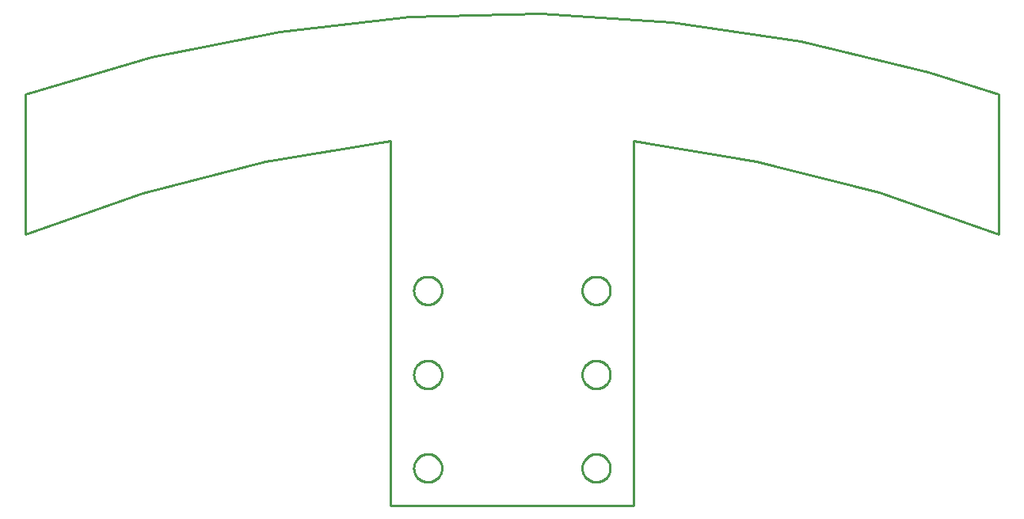
<source format=gbr>
G04 EAGLE Gerber RS-274X export*
G75*
%MOMM*%
%FSLAX34Y34*%
%LPD*%
%IN*%
%IPPOS*%
%AMOC8*
5,1,8,0,0,1.08239X$1,22.5*%
G01*
%ADD10C,0.254000*%


D10*
X20000Y280000D02*
X145020Y323981D01*
X276287Y357775D01*
X410000Y380000D01*
X410000Y-10000D01*
X670000Y-10000D01*
X670000Y380000D01*
X801142Y358333D01*
X932281Y324818D01*
X1060000Y280000D01*
X1060000Y430000D01*
X984959Y453660D01*
X848867Y486573D01*
X710424Y507499D01*
X570683Y516280D01*
X430709Y512848D01*
X291567Y497229D01*
X154316Y469543D01*
X20000Y430000D01*
X20000Y280000D01*
X465000Y219464D02*
X464924Y218396D01*
X464771Y217335D01*
X464543Y216288D01*
X464241Y215260D01*
X463867Y214256D01*
X463422Y213281D01*
X462908Y212341D01*
X462329Y211440D01*
X461687Y210582D01*
X460985Y209772D01*
X460228Y209015D01*
X459418Y208313D01*
X458560Y207671D01*
X457659Y207092D01*
X456719Y206578D01*
X455744Y206133D01*
X454740Y205759D01*
X453712Y205457D01*
X452665Y205229D01*
X451604Y205076D01*
X450536Y205000D01*
X449464Y205000D01*
X448396Y205076D01*
X447335Y205229D01*
X446288Y205457D01*
X445260Y205759D01*
X444256Y206133D01*
X443281Y206578D01*
X442341Y207092D01*
X441440Y207671D01*
X440582Y208313D01*
X439772Y209015D01*
X439015Y209772D01*
X438313Y210582D01*
X437671Y211440D01*
X437092Y212341D01*
X436578Y213281D01*
X436133Y214256D01*
X435759Y215260D01*
X435457Y216288D01*
X435229Y217335D01*
X435076Y218396D01*
X435000Y219464D01*
X435000Y220536D01*
X435076Y221604D01*
X435229Y222665D01*
X435457Y223712D01*
X435759Y224740D01*
X436133Y225744D01*
X436578Y226719D01*
X437092Y227659D01*
X437671Y228560D01*
X438313Y229418D01*
X439015Y230228D01*
X439772Y230985D01*
X440582Y231687D01*
X441440Y232329D01*
X442341Y232908D01*
X443281Y233422D01*
X444256Y233867D01*
X445260Y234241D01*
X446288Y234543D01*
X447335Y234771D01*
X448396Y234924D01*
X449464Y235000D01*
X450536Y235000D01*
X451604Y234924D01*
X452665Y234771D01*
X453712Y234543D01*
X454740Y234241D01*
X455744Y233867D01*
X456719Y233422D01*
X457659Y232908D01*
X458560Y232329D01*
X459418Y231687D01*
X460228Y230985D01*
X460985Y230228D01*
X461687Y229418D01*
X462329Y228560D01*
X462908Y227659D01*
X463422Y226719D01*
X463867Y225744D01*
X464241Y224740D01*
X464543Y223712D01*
X464771Y222665D01*
X464924Y221604D01*
X465000Y220536D01*
X465000Y219464D01*
X645000Y219464D02*
X644924Y218396D01*
X644771Y217335D01*
X644543Y216288D01*
X644241Y215260D01*
X643867Y214256D01*
X643422Y213281D01*
X642908Y212341D01*
X642329Y211440D01*
X641687Y210582D01*
X640985Y209772D01*
X640228Y209015D01*
X639418Y208313D01*
X638560Y207671D01*
X637659Y207092D01*
X636719Y206578D01*
X635744Y206133D01*
X634740Y205759D01*
X633712Y205457D01*
X632665Y205229D01*
X631604Y205076D01*
X630536Y205000D01*
X629464Y205000D01*
X628396Y205076D01*
X627335Y205229D01*
X626288Y205457D01*
X625260Y205759D01*
X624256Y206133D01*
X623281Y206578D01*
X622341Y207092D01*
X621440Y207671D01*
X620582Y208313D01*
X619772Y209015D01*
X619015Y209772D01*
X618313Y210582D01*
X617671Y211440D01*
X617092Y212341D01*
X616578Y213281D01*
X616133Y214256D01*
X615759Y215260D01*
X615457Y216288D01*
X615229Y217335D01*
X615076Y218396D01*
X615000Y219464D01*
X615000Y220536D01*
X615076Y221604D01*
X615229Y222665D01*
X615457Y223712D01*
X615759Y224740D01*
X616133Y225744D01*
X616578Y226719D01*
X617092Y227659D01*
X617671Y228560D01*
X618313Y229418D01*
X619015Y230228D01*
X619772Y230985D01*
X620582Y231687D01*
X621440Y232329D01*
X622341Y232908D01*
X623281Y233422D01*
X624256Y233867D01*
X625260Y234241D01*
X626288Y234543D01*
X627335Y234771D01*
X628396Y234924D01*
X629464Y235000D01*
X630536Y235000D01*
X631604Y234924D01*
X632665Y234771D01*
X633712Y234543D01*
X634740Y234241D01*
X635744Y233867D01*
X636719Y233422D01*
X637659Y232908D01*
X638560Y232329D01*
X639418Y231687D01*
X640228Y230985D01*
X640985Y230228D01*
X641687Y229418D01*
X642329Y228560D01*
X642908Y227659D01*
X643422Y226719D01*
X643867Y225744D01*
X644241Y224740D01*
X644543Y223712D01*
X644771Y222665D01*
X644924Y221604D01*
X645000Y220536D01*
X645000Y219464D01*
X465000Y129464D02*
X464924Y128396D01*
X464771Y127335D01*
X464543Y126288D01*
X464241Y125260D01*
X463867Y124256D01*
X463422Y123281D01*
X462908Y122341D01*
X462329Y121440D01*
X461687Y120582D01*
X460985Y119772D01*
X460228Y119015D01*
X459418Y118313D01*
X458560Y117671D01*
X457659Y117092D01*
X456719Y116578D01*
X455744Y116133D01*
X454740Y115759D01*
X453712Y115457D01*
X452665Y115229D01*
X451604Y115076D01*
X450536Y115000D01*
X449464Y115000D01*
X448396Y115076D01*
X447335Y115229D01*
X446288Y115457D01*
X445260Y115759D01*
X444256Y116133D01*
X443281Y116578D01*
X442341Y117092D01*
X441440Y117671D01*
X440582Y118313D01*
X439772Y119015D01*
X439015Y119772D01*
X438313Y120582D01*
X437671Y121440D01*
X437092Y122341D01*
X436578Y123281D01*
X436133Y124256D01*
X435759Y125260D01*
X435457Y126288D01*
X435229Y127335D01*
X435076Y128396D01*
X435000Y129464D01*
X435000Y130536D01*
X435076Y131604D01*
X435229Y132665D01*
X435457Y133712D01*
X435759Y134740D01*
X436133Y135744D01*
X436578Y136719D01*
X437092Y137659D01*
X437671Y138560D01*
X438313Y139418D01*
X439015Y140228D01*
X439772Y140985D01*
X440582Y141687D01*
X441440Y142329D01*
X442341Y142908D01*
X443281Y143422D01*
X444256Y143867D01*
X445260Y144241D01*
X446288Y144543D01*
X447335Y144771D01*
X448396Y144924D01*
X449464Y145000D01*
X450536Y145000D01*
X451604Y144924D01*
X452665Y144771D01*
X453712Y144543D01*
X454740Y144241D01*
X455744Y143867D01*
X456719Y143422D01*
X457659Y142908D01*
X458560Y142329D01*
X459418Y141687D01*
X460228Y140985D01*
X460985Y140228D01*
X461687Y139418D01*
X462329Y138560D01*
X462908Y137659D01*
X463422Y136719D01*
X463867Y135744D01*
X464241Y134740D01*
X464543Y133712D01*
X464771Y132665D01*
X464924Y131604D01*
X465000Y130536D01*
X465000Y129464D01*
X645000Y129464D02*
X644924Y128396D01*
X644771Y127335D01*
X644543Y126288D01*
X644241Y125260D01*
X643867Y124256D01*
X643422Y123281D01*
X642908Y122341D01*
X642329Y121440D01*
X641687Y120582D01*
X640985Y119772D01*
X640228Y119015D01*
X639418Y118313D01*
X638560Y117671D01*
X637659Y117092D01*
X636719Y116578D01*
X635744Y116133D01*
X634740Y115759D01*
X633712Y115457D01*
X632665Y115229D01*
X631604Y115076D01*
X630536Y115000D01*
X629464Y115000D01*
X628396Y115076D01*
X627335Y115229D01*
X626288Y115457D01*
X625260Y115759D01*
X624256Y116133D01*
X623281Y116578D01*
X622341Y117092D01*
X621440Y117671D01*
X620582Y118313D01*
X619772Y119015D01*
X619015Y119772D01*
X618313Y120582D01*
X617671Y121440D01*
X617092Y122341D01*
X616578Y123281D01*
X616133Y124256D01*
X615759Y125260D01*
X615457Y126288D01*
X615229Y127335D01*
X615076Y128396D01*
X615000Y129464D01*
X615000Y130536D01*
X615076Y131604D01*
X615229Y132665D01*
X615457Y133712D01*
X615759Y134740D01*
X616133Y135744D01*
X616578Y136719D01*
X617092Y137659D01*
X617671Y138560D01*
X618313Y139418D01*
X619015Y140228D01*
X619772Y140985D01*
X620582Y141687D01*
X621440Y142329D01*
X622341Y142908D01*
X623281Y143422D01*
X624256Y143867D01*
X625260Y144241D01*
X626288Y144543D01*
X627335Y144771D01*
X628396Y144924D01*
X629464Y145000D01*
X630536Y145000D01*
X631604Y144924D01*
X632665Y144771D01*
X633712Y144543D01*
X634740Y144241D01*
X635744Y143867D01*
X636719Y143422D01*
X637659Y142908D01*
X638560Y142329D01*
X639418Y141687D01*
X640228Y140985D01*
X640985Y140228D01*
X641687Y139418D01*
X642329Y138560D01*
X642908Y137659D01*
X643422Y136719D01*
X643867Y135744D01*
X644241Y134740D01*
X644543Y133712D01*
X644771Y132665D01*
X644924Y131604D01*
X645000Y130536D01*
X645000Y129464D01*
X465000Y29464D02*
X464924Y28396D01*
X464771Y27335D01*
X464543Y26288D01*
X464241Y25260D01*
X463867Y24256D01*
X463422Y23281D01*
X462908Y22341D01*
X462329Y21440D01*
X461687Y20582D01*
X460985Y19772D01*
X460228Y19015D01*
X459418Y18313D01*
X458560Y17671D01*
X457659Y17092D01*
X456719Y16578D01*
X455744Y16133D01*
X454740Y15759D01*
X453712Y15457D01*
X452665Y15229D01*
X451604Y15076D01*
X450536Y15000D01*
X449464Y15000D01*
X448396Y15076D01*
X447335Y15229D01*
X446288Y15457D01*
X445260Y15759D01*
X444256Y16133D01*
X443281Y16578D01*
X442341Y17092D01*
X441440Y17671D01*
X440582Y18313D01*
X439772Y19015D01*
X439015Y19772D01*
X438313Y20582D01*
X437671Y21440D01*
X437092Y22341D01*
X436578Y23281D01*
X436133Y24256D01*
X435759Y25260D01*
X435457Y26288D01*
X435229Y27335D01*
X435076Y28396D01*
X435000Y29464D01*
X435000Y30536D01*
X435076Y31604D01*
X435229Y32665D01*
X435457Y33712D01*
X435759Y34740D01*
X436133Y35744D01*
X436578Y36719D01*
X437092Y37659D01*
X437671Y38560D01*
X438313Y39418D01*
X439015Y40228D01*
X439772Y40985D01*
X440582Y41687D01*
X441440Y42329D01*
X442341Y42908D01*
X443281Y43422D01*
X444256Y43867D01*
X445260Y44241D01*
X446288Y44543D01*
X447335Y44771D01*
X448396Y44924D01*
X449464Y45000D01*
X450536Y45000D01*
X451604Y44924D01*
X452665Y44771D01*
X453712Y44543D01*
X454740Y44241D01*
X455744Y43867D01*
X456719Y43422D01*
X457659Y42908D01*
X458560Y42329D01*
X459418Y41687D01*
X460228Y40985D01*
X460985Y40228D01*
X461687Y39418D01*
X462329Y38560D01*
X462908Y37659D01*
X463422Y36719D01*
X463867Y35744D01*
X464241Y34740D01*
X464543Y33712D01*
X464771Y32665D01*
X464924Y31604D01*
X465000Y30536D01*
X465000Y29464D01*
X645000Y29464D02*
X644924Y28396D01*
X644771Y27335D01*
X644543Y26288D01*
X644241Y25260D01*
X643867Y24256D01*
X643422Y23281D01*
X642908Y22341D01*
X642329Y21440D01*
X641687Y20582D01*
X640985Y19772D01*
X640228Y19015D01*
X639418Y18313D01*
X638560Y17671D01*
X637659Y17092D01*
X636719Y16578D01*
X635744Y16133D01*
X634740Y15759D01*
X633712Y15457D01*
X632665Y15229D01*
X631604Y15076D01*
X630536Y15000D01*
X629464Y15000D01*
X628396Y15076D01*
X627335Y15229D01*
X626288Y15457D01*
X625260Y15759D01*
X624256Y16133D01*
X623281Y16578D01*
X622341Y17092D01*
X621440Y17671D01*
X620582Y18313D01*
X619772Y19015D01*
X619015Y19772D01*
X618313Y20582D01*
X617671Y21440D01*
X617092Y22341D01*
X616578Y23281D01*
X616133Y24256D01*
X615759Y25260D01*
X615457Y26288D01*
X615229Y27335D01*
X615076Y28396D01*
X615000Y29464D01*
X615000Y30536D01*
X615076Y31604D01*
X615229Y32665D01*
X615457Y33712D01*
X615759Y34740D01*
X616133Y35744D01*
X616578Y36719D01*
X617092Y37659D01*
X617671Y38560D01*
X618313Y39418D01*
X619015Y40228D01*
X619772Y40985D01*
X620582Y41687D01*
X621440Y42329D01*
X622341Y42908D01*
X623281Y43422D01*
X624256Y43867D01*
X625260Y44241D01*
X626288Y44543D01*
X627335Y44771D01*
X628396Y44924D01*
X629464Y45000D01*
X630536Y45000D01*
X631604Y44924D01*
X632665Y44771D01*
X633712Y44543D01*
X634740Y44241D01*
X635744Y43867D01*
X636719Y43422D01*
X637659Y42908D01*
X638560Y42329D01*
X639418Y41687D01*
X640228Y40985D01*
X640985Y40228D01*
X641687Y39418D01*
X642329Y38560D01*
X642908Y37659D01*
X643422Y36719D01*
X643867Y35744D01*
X644241Y34740D01*
X644543Y33712D01*
X644771Y32665D01*
X644924Y31604D01*
X645000Y30536D01*
X645000Y29464D01*
M02*

</source>
